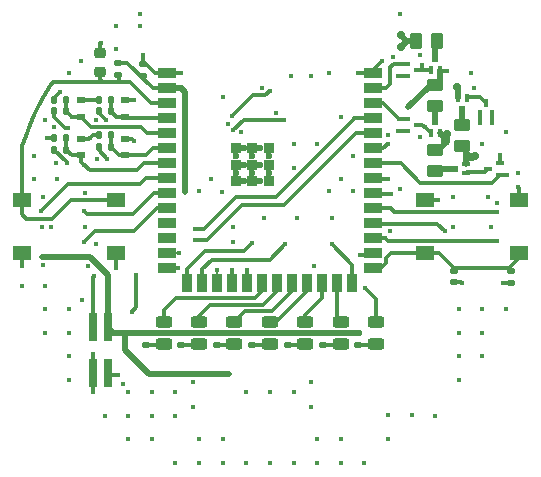
<source format=gtl>
%TF.GenerationSoftware,KiCad,Pcbnew,(6.0.9)*%
%TF.CreationDate,2023-02-03T10:43:04+01:00*%
%TF.ProjectId,ESPBoard,45535042-6f61-4726-942e-6b696361645f,rev?*%
%TF.SameCoordinates,Original*%
%TF.FileFunction,Copper,L1,Top*%
%TF.FilePolarity,Positive*%
%FSLAX46Y46*%
G04 Gerber Fmt 4.6, Leading zero omitted, Abs format (unit mm)*
G04 Created by KiCad (PCBNEW (6.0.9)) date 2023-02-03 10:43:04*
%MOMM*%
%LPD*%
G01*
G04 APERTURE LIST*
G04 Aperture macros list*
%AMRoundRect*
0 Rectangle with rounded corners*
0 $1 Rounding radius*
0 $2 $3 $4 $5 $6 $7 $8 $9 X,Y pos of 4 corners*
0 Add a 4 corners polygon primitive as box body*
4,1,4,$2,$3,$4,$5,$6,$7,$8,$9,$2,$3,0*
0 Add four circle primitives for the rounded corners*
1,1,$1+$1,$2,$3*
1,1,$1+$1,$4,$5*
1,1,$1+$1,$6,$7*
1,1,$1+$1,$8,$9*
0 Add four rect primitives between the rounded corners*
20,1,$1+$1,$2,$3,$4,$5,0*
20,1,$1+$1,$4,$5,$6,$7,0*
20,1,$1+$1,$6,$7,$8,$9,0*
20,1,$1+$1,$8,$9,$2,$3,0*%
G04 Aperture macros list end*
%TA.AperFunction,SMDPad,CuDef*%
%ADD10R,1.500000X0.900000*%
%TD*%
%TA.AperFunction,SMDPad,CuDef*%
%ADD11R,0.900000X1.500000*%
%TD*%
%TA.AperFunction,SMDPad,CuDef*%
%ADD12R,0.900000X0.900000*%
%TD*%
%TA.AperFunction,ComponentPad*%
%ADD13C,0.600000*%
%TD*%
%TA.AperFunction,SMDPad,CuDef*%
%ADD14RoundRect,0.250000X-0.450000X0.262500X-0.450000X-0.262500X0.450000X-0.262500X0.450000X0.262500X0*%
%TD*%
%TA.AperFunction,SMDPad,CuDef*%
%ADD15R,0.500000X0.700000*%
%TD*%
%TA.AperFunction,SMDPad,CuDef*%
%ADD16R,0.400000X0.700000*%
%TD*%
%TA.AperFunction,SMDPad,CuDef*%
%ADD17RoundRect,0.135000X-0.185000X0.135000X-0.185000X-0.135000X0.185000X-0.135000X0.185000X0.135000X0*%
%TD*%
%TA.AperFunction,SMDPad,CuDef*%
%ADD18RoundRect,0.135000X0.135000X0.185000X-0.135000X0.185000X-0.135000X-0.185000X0.135000X-0.185000X0*%
%TD*%
%TA.AperFunction,SMDPad,CuDef*%
%ADD19R,0.700000X0.600000*%
%TD*%
%TA.AperFunction,SMDPad,CuDef*%
%ADD20RoundRect,0.243750X-0.456250X0.243750X-0.456250X-0.243750X0.456250X-0.243750X0.456250X0.243750X0*%
%TD*%
%TA.AperFunction,SMDPad,CuDef*%
%ADD21RoundRect,0.135000X0.185000X-0.135000X0.185000X0.135000X-0.185000X0.135000X-0.185000X-0.135000X0*%
%TD*%
%TA.AperFunction,SMDPad,CuDef*%
%ADD22R,0.700000X0.400000*%
%TD*%
%TA.AperFunction,SMDPad,CuDef*%
%ADD23R,1.550000X1.300000*%
%TD*%
%TA.AperFunction,SMDPad,CuDef*%
%ADD24RoundRect,0.250000X0.450000X-0.262500X0.450000X0.262500X-0.450000X0.262500X-0.450000X-0.262500X0*%
%TD*%
%TA.AperFunction,SMDPad,CuDef*%
%ADD25R,0.740000X2.400000*%
%TD*%
%TA.AperFunction,SMDPad,CuDef*%
%ADD26RoundRect,0.250000X0.262500X0.450000X-0.262500X0.450000X-0.262500X-0.450000X0.262500X-0.450000X0*%
%TD*%
%TA.AperFunction,SMDPad,CuDef*%
%ADD27RoundRect,0.225000X0.250000X-0.225000X0.250000X0.225000X-0.250000X0.225000X-0.250000X-0.225000X0*%
%TD*%
%TA.AperFunction,SMDPad,CuDef*%
%ADD28RoundRect,0.135000X-0.135000X-0.185000X0.135000X-0.185000X0.135000X0.185000X-0.135000X0.185000X0*%
%TD*%
%TA.AperFunction,SMDPad,CuDef*%
%ADD29RoundRect,0.140000X0.170000X-0.140000X0.170000X0.140000X-0.170000X0.140000X-0.170000X-0.140000X0*%
%TD*%
%TA.AperFunction,SMDPad,CuDef*%
%ADD30R,0.700000X0.500000*%
%TD*%
%TA.AperFunction,ViaPad*%
%ADD31C,0.450000*%
%TD*%
%TA.AperFunction,ViaPad*%
%ADD32C,0.700000*%
%TD*%
%TA.AperFunction,Conductor*%
%ADD33C,0.500000*%
%TD*%
%TA.AperFunction,Conductor*%
%ADD34C,0.300000*%
%TD*%
%TA.AperFunction,Conductor*%
%ADD35C,0.180000*%
%TD*%
%TA.AperFunction,Conductor*%
%ADD36C,0.200000*%
%TD*%
G04 APERTURE END LIST*
D10*
%TO.P,U301,1,GND*%
%TO.N,GND*%
X141250000Y-87040000D03*
%TO.P,U301,2,3V3*%
%TO.N,+3V3*%
X141250000Y-88310000D03*
%TO.P,U301,3,EN*%
%TO.N,/P3 ESP32/CHIP_PU*%
X141250000Y-89580000D03*
%TO.P,U301,4,IO4*%
%TO.N,Cell4ADC*%
X141250000Y-90850000D03*
%TO.P,U301,5,IO5*%
%TO.N,Cell3ADC*%
X141250000Y-92120000D03*
%TO.P,U301,6,IO6*%
%TO.N,Cell2ADC*%
X141250000Y-93390000D03*
%TO.P,U301,7,IO7*%
%TO.N,Cell1ADC*%
X141250000Y-94660000D03*
%TO.P,U301,8,IO15*%
%TO.N,BQ_CMPOUT*%
X141250000Y-95930000D03*
%TO.P,U301,9,IO16*%
%TO.N,BQ_IADPT*%
X141250000Y-97200000D03*
%TO.P,U301,10,IO17*%
%TO.N,BQ_IBAT*%
X141250000Y-98470000D03*
%TO.P,U301,11,IO18*%
%TO.N,unconnected-(U301-Pad11)*%
X141250000Y-99740000D03*
%TO.P,U301,12,IO8*%
%TO.N,unconnected-(U301-Pad12)*%
X141250000Y-101010000D03*
%TO.P,U301,13,USB_D-*%
%TO.N,/P3 ESP32/USB_D-*%
X141250000Y-102280000D03*
%TO.P,U301,14,USB_D+*%
%TO.N,/P3 ESP32/USB_D+*%
X141250000Y-103550000D03*
D11*
%TO.P,U301,15,IO3*%
%TO.N,/P3 ESP32/Select 3*%
X143015000Y-104800000D03*
%TO.P,U301,16,IO46*%
%TO.N,/P3 ESP32/Select 2*%
X144285000Y-104800000D03*
%TO.P,U301,17,IO9*%
%TO.N,BQ_EN_OTG*%
X145555000Y-104800000D03*
%TO.P,U301,18,IO10*%
%TO.N,MAINLED_PWM*%
X146825000Y-104800000D03*
%TO.P,U301,19,IO11*%
%TO.N,MAINLED_nFTL*%
X148095000Y-104800000D03*
%TO.P,U301,20,IO12*%
%TO.N,/P3 ESP32/LED0*%
X149365000Y-104800000D03*
%TO.P,U301,21,IO13*%
%TO.N,/P3 ESP32/LED1*%
X150635000Y-104800000D03*
%TO.P,U301,22,IO14*%
%TO.N,/P3 ESP32/LED2*%
X151905000Y-104800000D03*
%TO.P,U301,23,IO21*%
%TO.N,/P3 ESP32/LED3*%
X153175000Y-104800000D03*
%TO.P,U301,24,IO47*%
%TO.N,/P3 ESP32/LED4*%
X154445000Y-104800000D03*
%TO.P,U301,25,IO48*%
%TO.N,/P3 ESP32/LED5*%
X155715000Y-104800000D03*
%TO.P,U301,26,IO45*%
%TO.N,/P3 ESP32/Select 1*%
X156985000Y-104800000D03*
D10*
%TO.P,U301,27,IO0*%
%TO.N,/P3 ESP32/BOOT{slash}USER1*%
X158750000Y-103550000D03*
%TO.P,U301,28,IO35*%
%TO.N,/P3 ESP32/LED6*%
X158750000Y-102280000D03*
%TO.P,U301,29,IO36*%
%TO.N,I2C_SDA*%
X158750000Y-101010000D03*
%TO.P,U301,30,IO37*%
%TO.N,I2C_SCL*%
X158750000Y-99740000D03*
%TO.P,U301,31,IO38*%
%TO.N,USBPD_INT_N*%
X158750000Y-98470000D03*
%TO.P,U301,32,IO39*%
%TO.N,BQ_CHRG_OK*%
X158750000Y-97200000D03*
%TO.P,U301,33,IO40*%
%TO.N,USBPD_PTN_ID*%
X158750000Y-95930000D03*
%TO.P,U301,34,IO41*%
%TO.N,Cell3Balance*%
X158750000Y-94660000D03*
%TO.P,U301,35,IO42*%
%TO.N,Cell4Balance*%
X158750000Y-93390000D03*
%TO.P,U301,36,RXD0*%
%TO.N,UART_RXDO*%
X158750000Y-92120000D03*
%TO.P,U301,37,TXD0*%
%TO.N,UART_TXDO*%
X158750000Y-90850000D03*
%TO.P,U301,38,IO2*%
%TO.N,Cell2Balance*%
X158750000Y-89580000D03*
%TO.P,U301,39,IO1*%
%TO.N,Cell1Balance*%
X158750000Y-88310000D03*
%TO.P,U301,40,GND*%
%TO.N,GND*%
X158750000Y-87040000D03*
D12*
%TO.P,U301,41,GND*%
X147100000Y-96160000D03*
D13*
X149200000Y-93360000D03*
X147100000Y-95460000D03*
X147800000Y-93360000D03*
D12*
X147100000Y-94760000D03*
D13*
X148500000Y-95460000D03*
D12*
X148500000Y-96160000D03*
X148500000Y-94760000D03*
D13*
X147800000Y-94760000D03*
D12*
X149900000Y-94760000D03*
D13*
X147100000Y-94060000D03*
D12*
X149900000Y-96160000D03*
D13*
X149200000Y-94760000D03*
D12*
X148500000Y-93360000D03*
X149900000Y-93360000D03*
D13*
X149200000Y-96160000D03*
X148500000Y-94060000D03*
D12*
X147100000Y-93360000D03*
D13*
X149900000Y-94060000D03*
X149900000Y-95460000D03*
X147800000Y-96160000D03*
%TD*%
D14*
%TO.P,R403,1*%
%TO.N,/P4 Batsense-Balancing/C4L*%
X166250000Y-91387500D03*
%TO.P,R403,2*%
%TO.N,Cell3*%
X166250000Y-93212500D03*
%TD*%
D15*
%TO.P,Q406,D,D*%
%TO.N,/P4 Batsense-Balancing/C2L*%
X164000000Y-91100000D03*
D16*
%TO.P,Q406,G,G*%
%TO.N,/P4 Batsense-Balancing/nCell2Balance*%
X163600000Y-92100000D03*
%TO.P,Q406,S,S*%
%TO.N,Cell2*%
X164400000Y-92100000D03*
%TD*%
D17*
%TO.P,R309,1*%
%TO.N,+3V3*%
X142500000Y-108990000D03*
%TO.P,R309,2*%
%TO.N,/P3 ESP32/L1a*%
X142500000Y-110010000D03*
%TD*%
D18*
%TO.P,R418,1*%
%TO.N,Cell3ADC*%
X132760000Y-89250000D03*
%TO.P,R418,2*%
%TO.N,GND*%
X131740000Y-89250000D03*
%TD*%
D19*
%TO.P,D402,1,A1*%
%TO.N,GND*%
X137750000Y-92550000D03*
%TO.P,D402,2,A2*%
%TO.N,Cell2ADC*%
X137750000Y-93950000D03*
%TD*%
D20*
%TO.P,D304,1,K*%
%TO.N,/P3 ESP32/LED3*%
X150000000Y-108062500D03*
%TO.P,D304,2,A*%
%TO.N,/P3 ESP32/L3a*%
X150000000Y-109937500D03*
%TD*%
D17*
%TO.P,R310,1*%
%TO.N,+3V3*%
X145500000Y-108990000D03*
%TO.P,R310,2*%
%TO.N,/P3 ESP32/L2a*%
X145500000Y-110010000D03*
%TD*%
D21*
%TO.P,R302,1*%
%TO.N,+3V3*%
X170430000Y-104780000D03*
%TO.P,R302,2*%
%TO.N,/P3 ESP32/BOOT{slash}USER1*%
X170430000Y-103760000D03*
%TD*%
D18*
%TO.P,R416,1*%
%TO.N,Cell2ADC*%
X136510000Y-92250000D03*
%TO.P,R416,2*%
%TO.N,GND*%
X135490000Y-92250000D03*
%TD*%
D22*
%TO.P,Q403,D,D*%
%TO.N,/P4 Batsense-Balancing/nCell3Balance*%
X168500000Y-95100000D03*
%TO.P,Q403,G,G*%
%TO.N,Cell3Balance*%
X169500000Y-95600000D03*
%TO.P,Q403,S,S*%
%TO.N,GND*%
X169500000Y-94600000D03*
%TD*%
D16*
%TO.P,Q401,D,D*%
%TO.N,/P4 Batsense-Balancing/nCell4Balance*%
X168300000Y-89500000D03*
%TO.P,Q401,G,G*%
%TO.N,Cell4Balance*%
X167800000Y-90500000D03*
%TO.P,Q401,S,S*%
%TO.N,GND*%
X168800000Y-90500000D03*
%TD*%
D23*
%TO.P,SW301,1,1*%
%TO.N,GND*%
X129015000Y-102250000D03*
X136965000Y-102250000D03*
%TO.P,SW301,2,2*%
%TO.N,/P3 ESP32/CHIP_PU*%
X129015000Y-97750000D03*
X136965000Y-97750000D03*
%TD*%
D19*
%TO.P,D403,1,A1*%
%TO.N,GND*%
X134000000Y-89300000D03*
%TO.P,D403,2,A2*%
%TO.N,Cell3ADC*%
X134000000Y-90700000D03*
%TD*%
D15*
%TO.P,Q402,D,D*%
%TO.N,/P4 Batsense-Balancing/C4L*%
X166300000Y-90100000D03*
D16*
%TO.P,Q402,G,G*%
%TO.N,/P4 Batsense-Balancing/nCell4Balance*%
X166700000Y-89100000D03*
%TO.P,Q402,S,S*%
%TO.N,Cell4*%
X165900000Y-89100000D03*
%TD*%
D20*
%TO.P,D305,1,K*%
%TO.N,/P3 ESP32/LED4*%
X153000000Y-108062500D03*
%TO.P,D305,2,A*%
%TO.N,/P3 ESP32/L4a*%
X153000000Y-109937500D03*
%TD*%
D22*
%TO.P,Q407,D,D*%
%TO.N,/P4 Batsense-Balancing/nCell1Balance*%
X162500000Y-86750000D03*
%TO.P,Q407,G,G*%
%TO.N,Cell1Balance*%
X161500000Y-86250000D03*
%TO.P,Q407,S,S*%
%TO.N,GND*%
X161500000Y-87250000D03*
%TD*%
D24*
%TO.P,R406,1*%
%TO.N,/P4 Batsense-Balancing/C3L*%
X164000000Y-95312500D03*
%TO.P,R406,2*%
%TO.N,Cell2*%
X164000000Y-93487500D03*
%TD*%
D25*
%TO.P,J205,1,Pin_1*%
%TO.N,+3V3*%
X136265000Y-108500000D03*
%TO.P,J205,2,Pin_2*%
%TO.N,UART_RXDO*%
X136265000Y-112400000D03*
%TO.P,J205,3,Pin_3*%
%TO.N,UART_TXDO*%
X134995000Y-108500000D03*
%TO.P,J205,4,Pin_4*%
%TO.N,GND*%
X134995000Y-112400000D03*
%TD*%
D26*
%TO.P,R412,1*%
%TO.N,/P4 Batsense-Balancing/C1L*%
X164162500Y-84250000D03*
%TO.P,R412,2*%
%TO.N,GND*%
X162337500Y-84250000D03*
%TD*%
D23*
%TO.P,SW302,1,1*%
%TO.N,GND*%
X163125000Y-97750000D03*
X171075000Y-97750000D03*
%TO.P,SW302,2,2*%
%TO.N,/P3 ESP32/BOOT{slash}USER1*%
X171075000Y-102250000D03*
X163125000Y-102250000D03*
%TD*%
D19*
%TO.P,D404,1,A1*%
%TO.N,GND*%
X137750000Y-89300000D03*
%TO.P,D404,2,A2*%
%TO.N,Cell4ADC*%
X137750000Y-90700000D03*
%TD*%
D18*
%TO.P,R420,1*%
%TO.N,Cell4ADC*%
X136510000Y-89250000D03*
%TO.P,R420,2*%
%TO.N,GND*%
X135490000Y-89250000D03*
%TD*%
D27*
%TO.P,C303,1*%
%TO.N,/P3 ESP32/CHIP_PU*%
X135650000Y-86875000D03*
%TO.P,C303,2*%
%TO.N,GND*%
X135650000Y-85325000D03*
%TD*%
D28*
%TO.P,R419,1*%
%TO.N,Cell4*%
X135490000Y-90250000D03*
%TO.P,R419,2*%
%TO.N,Cell4ADC*%
X136510000Y-90250000D03*
%TD*%
D20*
%TO.P,D301,1,K*%
%TO.N,/P3 ESP32/LED0*%
X141000000Y-108062500D03*
%TO.P,D301,2,A*%
%TO.N,/P3 ESP32/L0a*%
X141000000Y-109937500D03*
%TD*%
D19*
%TO.P,D401,1,A1*%
%TO.N,GND*%
X134000000Y-92550000D03*
%TO.P,D401,2,A2*%
%TO.N,Cell1ADC*%
X134000000Y-93950000D03*
%TD*%
D17*
%TO.P,R314,1*%
%TO.N,+3V3*%
X157500000Y-108990000D03*
%TO.P,R314,2*%
%TO.N,/P3 ESP32/L6a*%
X157500000Y-110010000D03*
%TD*%
D24*
%TO.P,R409,1*%
%TO.N,/P4 Batsense-Balancing/C2L*%
X164000000Y-89812500D03*
%TO.P,R409,2*%
%TO.N,Cell1*%
X164000000Y-87987500D03*
%TD*%
D20*
%TO.P,D302,1,K*%
%TO.N,/P3 ESP32/LED1*%
X144000000Y-108062500D03*
%TO.P,D302,2,A*%
%TO.N,/P3 ESP32/L1a*%
X144000000Y-109937500D03*
%TD*%
D17*
%TO.P,R301,1*%
%TO.N,+3V3*%
X137120000Y-86140000D03*
%TO.P,R301,2*%
%TO.N,/P3 ESP32/CHIP_PU*%
X137120000Y-87160000D03*
%TD*%
D20*
%TO.P,D307,1,K*%
%TO.N,/P3 ESP32/LED6*%
X159000000Y-108062500D03*
%TO.P,D307,2,A*%
%TO.N,/P3 ESP32/L6a*%
X159000000Y-109937500D03*
%TD*%
D22*
%TO.P,Q405,D,D*%
%TO.N,/P4 Batsense-Balancing/nCell2Balance*%
X162500000Y-91400000D03*
%TO.P,Q405,G,G*%
%TO.N,Cell2Balance*%
X161500000Y-90900000D03*
%TO.P,Q405,S,S*%
%TO.N,GND*%
X161500000Y-91900000D03*
%TD*%
D28*
%TO.P,R417,1*%
%TO.N,Cell3*%
X131740000Y-90250000D03*
%TO.P,R417,2*%
%TO.N,Cell3ADC*%
X132760000Y-90250000D03*
%TD*%
D17*
%TO.P,R311,1*%
%TO.N,+3V3*%
X148500000Y-108990000D03*
%TO.P,R311,2*%
%TO.N,/P3 ESP32/L3a*%
X148500000Y-110010000D03*
%TD*%
D15*
%TO.P,Q408,D,D*%
%TO.N,/P4 Batsense-Balancing/C1L*%
X164000000Y-85750000D03*
D16*
%TO.P,Q408,G,G*%
%TO.N,/P4 Batsense-Balancing/nCell1Balance*%
X163600000Y-86750000D03*
%TO.P,Q408,S,S*%
%TO.N,Cell1*%
X164400000Y-86750000D03*
%TD*%
D17*
%TO.P,R308,1*%
%TO.N,+3V3*%
X139500000Y-108990000D03*
%TO.P,R308,2*%
%TO.N,/P3 ESP32/L0a*%
X139500000Y-110010000D03*
%TD*%
%TO.P,R312,1*%
%TO.N,+3V3*%
X151500000Y-108990000D03*
%TO.P,R312,2*%
%TO.N,/P3 ESP32/L4a*%
X151500000Y-110010000D03*
%TD*%
D29*
%TO.P,C304,1*%
%TO.N,GND*%
X165630000Y-104720000D03*
%TO.P,C304,2*%
%TO.N,/P3 ESP32/BOOT{slash}USER1*%
X165630000Y-103760000D03*
%TD*%
D20*
%TO.P,D306,1,K*%
%TO.N,/P3 ESP32/LED5*%
X156000000Y-108062500D03*
%TO.P,D306,2,A*%
%TO.N,/P3 ESP32/L5a*%
X156000000Y-109937500D03*
%TD*%
D29*
%TO.P,C302,1*%
%TO.N,+3V3*%
X139250000Y-87230000D03*
%TO.P,C302,2*%
%TO.N,GND*%
X139250000Y-86270000D03*
%TD*%
D20*
%TO.P,D303,1,K*%
%TO.N,/P3 ESP32/LED2*%
X147000000Y-108062500D03*
%TO.P,D303,2,A*%
%TO.N,/P3 ESP32/L2a*%
X147000000Y-109937500D03*
%TD*%
D30*
%TO.P,Q404,D,D*%
%TO.N,/P4 Batsense-Balancing/C3L*%
X165600000Y-95100000D03*
D22*
%TO.P,Q404,G,G*%
%TO.N,/P4 Batsense-Balancing/nCell3Balance*%
X166600000Y-95500000D03*
%TO.P,Q404,S,S*%
%TO.N,Cell3*%
X166600000Y-94700000D03*
%TD*%
D17*
%TO.P,R313,1*%
%TO.N,+3V3*%
X154500000Y-108990000D03*
%TO.P,R313,2*%
%TO.N,/P3 ESP32/L5a*%
X154500000Y-110010000D03*
%TD*%
D18*
%TO.P,R414,1*%
%TO.N,Cell1ADC*%
X132760000Y-92500000D03*
%TO.P,R414,2*%
%TO.N,GND*%
X131740000Y-92500000D03*
%TD*%
D28*
%TO.P,R413,1*%
%TO.N,Cell1*%
X131740000Y-93500000D03*
%TO.P,R413,2*%
%TO.N,Cell1ADC*%
X132760000Y-93500000D03*
%TD*%
%TO.P,R415,1*%
%TO.N,Cell2*%
X135490000Y-93250000D03*
%TO.P,R415,2*%
%TO.N,Cell2ADC*%
X136510000Y-93250000D03*
%TD*%
D31*
%TO.N,GND*%
X157000000Y-94000000D03*
X146900000Y-100000000D03*
%TO.N,UART_RXDO*%
X138300000Y-107200000D03*
X138700000Y-104100000D03*
%TO.N,UART_TXDO*%
X135100000Y-104200000D03*
%TO.N,UART_RXDO*%
X143700000Y-101100000D03*
%TO.N,UART_TXDO*%
X143700000Y-100200000D03*
%TO.N,/P3 ESP32/Select 3*%
X148500000Y-101400000D03*
%TO.N,GND*%
X160200000Y-100400000D03*
%TO.N,I2C_SCL*%
X164800000Y-100400000D03*
%TO.N,+3V3*%
X142800000Y-97100000D03*
%TO.N,Cell1*%
X165000000Y-86800000D03*
X161700000Y-89900000D03*
%TO.N,Cell1ADC*%
X134270000Y-94770000D03*
%TO.N,Cell2ADC*%
X138570000Y-93950000D03*
%TO.N,Cell3ADC*%
X133210000Y-90700000D03*
%TO.N,Cell4ADC*%
X138510000Y-90850000D03*
%TO.N,I2C_SDA*%
X159740000Y-101010000D03*
X169250000Y-101250000D03*
%TO.N,USBPD_INT_N*%
X169250000Y-98750000D03*
%TO.N,BQ_CHRG_OK*%
X160250000Y-97250000D03*
%TO.N,I2C_SCL*%
X159750000Y-99750000D03*
%TO.N,+3V3*%
X134530000Y-102540000D03*
X146500000Y-112500000D03*
X169750000Y-104750000D03*
X130730000Y-102540000D03*
X142560000Y-88330000D03*
%TO.N,BQ_IBAT*%
X134300000Y-101300000D03*
%TO.N,BQ_IADPT*%
X134300000Y-98700000D03*
%TO.N,BQ_CMPOUT*%
X130600000Y-98700000D03*
%TO.N,BQ_EN_OTG*%
X145560000Y-103660000D03*
%TO.N,MAINLED_PWM*%
X146820000Y-103670000D03*
%TO.N,GND*%
X133000000Y-109000000D03*
X131000000Y-91000000D03*
X134100000Y-106230000D03*
X133000000Y-111000000D03*
X130000000Y-96000000D03*
D32*
X161100000Y-84800000D03*
D31*
X161000000Y-96824500D03*
X168000000Y-111000000D03*
X131000000Y-107000000D03*
X168500000Y-97500000D03*
X142000000Y-114000000D03*
X144000000Y-97000000D03*
X131750000Y-91600000D03*
X161992971Y-115991529D03*
X135300000Y-91000000D03*
X168000000Y-93000000D03*
X131100000Y-92500000D03*
X142000000Y-116000000D03*
X162750000Y-85500000D03*
X160860000Y-87260000D03*
X167000000Y-87000000D03*
X171000000Y-96660498D03*
X138000000Y-114000000D03*
X153500000Y-113174500D03*
X146900000Y-101300000D03*
D32*
X161100000Y-83800000D03*
D31*
X143500000Y-113174500D03*
X134360000Y-100000000D03*
X169250000Y-98000000D03*
X140000000Y-114000000D03*
X134350000Y-97120000D03*
X139250000Y-85500000D03*
X157991529Y-119991529D03*
X161000000Y-82000000D03*
X157500000Y-87000000D03*
X156000000Y-118000000D03*
X131900000Y-94600000D03*
X146000000Y-120000000D03*
X164250000Y-97750000D03*
X168750000Y-100000000D03*
X167250000Y-88250000D03*
X146000000Y-118000000D03*
X156000000Y-90700000D03*
X137000000Y-85000000D03*
X130730000Y-100000000D03*
X152000000Y-120016941D03*
X168000000Y-107000000D03*
X162750000Y-92425500D03*
X138000000Y-116000000D03*
X144000000Y-120000000D03*
X164000000Y-116000000D03*
X146480000Y-91330000D03*
X131460000Y-100000000D03*
X157000000Y-97000000D03*
X134750000Y-89250000D03*
X155250000Y-99250000D03*
X160810000Y-91910000D03*
X156000000Y-96000000D03*
X145967365Y-97048224D03*
X152000000Y-93000000D03*
X169500000Y-93900000D03*
X140000000Y-118000000D03*
X137000000Y-83000000D03*
X159993933Y-115991529D03*
X150000000Y-114000000D03*
X149992491Y-119987294D03*
X147576233Y-92016233D03*
X166000000Y-109000000D03*
X168800000Y-91200000D03*
X160462792Y-85626706D03*
X145000000Y-96000000D03*
X153500000Y-115250000D03*
X160000000Y-92250000D03*
X159992010Y-117999519D03*
X137000000Y-103500000D03*
X150520498Y-90425500D03*
X132000000Y-96000000D03*
X134750000Y-92500000D03*
X149500000Y-99250000D03*
X166000000Y-107000000D03*
X137600000Y-113330000D03*
X171000000Y-95500000D03*
X139000000Y-83000000D03*
X134560000Y-103320000D03*
X139000000Y-82000000D03*
X135250000Y-101500000D03*
X138500000Y-92750000D03*
X142000000Y-120000000D03*
X129000000Y-105000000D03*
X135000000Y-114000000D03*
X130000000Y-94000000D03*
X165500000Y-100000000D03*
X130790000Y-97460000D03*
X138500000Y-89250000D03*
X145994219Y-88998843D03*
X165500000Y-97500000D03*
X149300000Y-88300000D03*
X133000000Y-87000000D03*
X133000000Y-107000000D03*
X135400000Y-94300000D03*
X155000000Y-87000000D03*
X136000000Y-116000000D03*
X152000000Y-114000000D03*
X151750000Y-87250000D03*
X153700000Y-103300000D03*
X155000000Y-97000000D03*
X129000000Y-103339502D03*
X134000000Y-86000000D03*
X170000000Y-92000000D03*
X148000000Y-114000000D03*
X148000000Y-120000000D03*
X170000000Y-107000000D03*
X144000000Y-118000000D03*
X135660000Y-84470000D03*
X154000000Y-93000000D03*
X138000000Y-117994803D03*
X155992491Y-119991529D03*
X154000000Y-120000000D03*
X152300000Y-99250000D03*
X166000000Y-113000000D03*
X130760000Y-103214500D03*
X166250000Y-104750000D03*
X153500000Y-87250000D03*
X159500000Y-86000000D03*
X131000000Y-105000000D03*
X131000000Y-109000000D03*
X142500000Y-87000000D03*
X132996245Y-112998557D03*
X139997687Y-115999999D03*
X132240000Y-88590000D03*
X135000000Y-110750000D03*
X168000000Y-109000000D03*
X143500000Y-115250000D03*
X166000000Y-111000000D03*
X152000000Y-95000000D03*
X154000000Y-118000000D03*
%TO.N,MAINLED_nFTL*%
X148090000Y-103710000D03*
%TO.N,UART_RXDO*%
X137120000Y-112570000D03*
%TO.N,/P3 ESP32/LED6*%
X157630000Y-102370000D03*
X158020000Y-105180000D03*
D32*
%TO.N,Cell4*%
X165800000Y-88200000D03*
D31*
X136149000Y-91000000D03*
D32*
%TO.N,Cell3*%
X167400000Y-94000000D03*
D31*
X132875000Y-91675000D03*
%TO.N,Cell2*%
X146830000Y-90640000D03*
X136250000Y-94250000D03*
D32*
X165000000Y-92200000D03*
D31*
X150000000Y-88500000D03*
%TO.N,Cell1*%
X146915000Y-91865000D03*
X151200000Y-91000000D03*
X132800000Y-94600000D03*
%TO.N,/P3 ESP32/USB_D+*%
X142250000Y-103550000D03*
%TO.N,/P3 ESP32/USB_D-*%
X142270000Y-102280000D03*
%TO.N,/P3 ESP32/Select 1*%
X155250000Y-101500000D03*
%TO.N,/P3 ESP32/Select 2*%
X151300000Y-101500000D03*
%TO.N,Cell4Balance*%
X160000000Y-93000000D03*
X167800000Y-91200000D03*
%TO.N,/P4 Batsense-Balancing/nCell4Balance*%
X167300000Y-89000000D03*
%TO.N,Cell3Balance*%
X170100000Y-95600000D03*
%TO.N,/P4 Batsense-Balancing/nCell3Balance*%
X167300000Y-95400000D03*
%TO.N,Cell2Balance*%
X160900000Y-90900000D03*
%TO.N,/P4 Batsense-Balancing/nCell2Balance*%
X163100000Y-91600000D03*
%TO.N,Cell1Balance*%
X160900000Y-86200000D03*
%TO.N,/P4 Batsense-Balancing/nCell1Balance*%
X162900000Y-86300000D03*
%TO.N,USBPD_PTN_ID*%
X160000000Y-96000000D03*
%TD*%
D33*
%TO.N,Cell2*%
X164750000Y-93050000D02*
X165000000Y-92800000D01*
X165000000Y-92800000D02*
X165000000Y-92200000D01*
D34*
%TO.N,UART_RXDO*%
X138700000Y-106800000D02*
X138300000Y-107200000D01*
X138700000Y-104100000D02*
X138700000Y-106800000D01*
%TO.N,UART_TXDO*%
X135000000Y-104300000D02*
X135100000Y-104200000D01*
X135000000Y-108495000D02*
X135000000Y-104300000D01*
X134995000Y-108500000D02*
X135000000Y-108495000D01*
%TO.N,UART_RXDO*%
X144700000Y-101100000D02*
X143700000Y-101100000D01*
X147600000Y-98200000D02*
X145600000Y-100200000D01*
X145600000Y-100200000D02*
X144700000Y-101100000D01*
X147800000Y-98200000D02*
X147600000Y-98200000D01*
X151200000Y-98200000D02*
X147800000Y-98200000D01*
X153600000Y-95800000D02*
X151200000Y-98200000D01*
X157280000Y-92120000D02*
X153600000Y-95800000D01*
X158750000Y-92120000D02*
X157280000Y-92120000D01*
D35*
%TO.N,/P3 ESP32/USB_D+*%
X141250000Y-103550000D02*
X142250000Y-103550000D01*
D34*
%TO.N,UART_TXDO*%
X144500000Y-100100000D02*
X144400000Y-100200000D01*
X147100000Y-97500000D02*
X144500000Y-100100000D01*
X150500000Y-97500000D02*
X148100000Y-97500000D01*
X157100000Y-90900000D02*
X150500000Y-97500000D01*
X148100000Y-97500000D02*
X147100000Y-97500000D01*
X157150000Y-90850000D02*
X157100000Y-90900000D01*
X144400000Y-100200000D02*
X143700000Y-100200000D01*
X158750000Y-90850000D02*
X157150000Y-90850000D01*
%TO.N,/P3 ESP32/Select 3*%
X143015000Y-103585000D02*
X143015000Y-104800000D01*
X144500000Y-102100000D02*
X143015000Y-103585000D01*
X147800000Y-102100000D02*
X144500000Y-102100000D01*
X148500000Y-101400000D02*
X147800000Y-102100000D01*
%TO.N,/P3 ESP32/Select 2*%
X144285000Y-103615000D02*
X144285000Y-104800000D01*
X145100000Y-102800000D02*
X144285000Y-103615000D01*
X151300000Y-101500000D02*
X150000000Y-102800000D01*
X150000000Y-102800000D02*
X145100000Y-102800000D01*
%TO.N,I2C_SCL*%
X164150000Y-99750000D02*
X159750000Y-99750000D01*
X164800000Y-100400000D02*
X164150000Y-99750000D01*
D33*
%TO.N,+3V3*%
X142800000Y-88570000D02*
X142560000Y-88330000D01*
X142800000Y-97100000D02*
X142800000Y-88570000D01*
X130730000Y-102540000D02*
X134530000Y-102540000D01*
D34*
%TO.N,Cell1*%
X165000000Y-86800000D02*
X164450000Y-86800000D01*
X164450000Y-86800000D02*
X164400000Y-86750000D01*
D33*
X163612500Y-87987500D02*
X164000000Y-87987500D01*
X161700000Y-89900000D02*
X163612500Y-87987500D01*
D34*
%TO.N,/P3 ESP32/CHIP_PU*%
X129657831Y-91436895D02*
X130038600Y-90583361D01*
X129015000Y-93163597D02*
X129313542Y-92305781D01*
X133130000Y-97750000D02*
X136965000Y-97750000D01*
X129380000Y-99320000D02*
X131560000Y-99320000D01*
X129015000Y-97750000D02*
X129015000Y-93163597D01*
X129313542Y-92305781D02*
X129657831Y-91436895D01*
X131613125Y-87800000D02*
X135840000Y-87800000D01*
X135840000Y-87800000D02*
X137260000Y-87800000D01*
X135650000Y-86875000D02*
X135650000Y-87610000D01*
X131560000Y-99320000D02*
X133130000Y-97750000D01*
X137260000Y-87300000D02*
X137260000Y-87800000D01*
X129015000Y-97750000D02*
X129015000Y-98955000D01*
X139950000Y-89580000D02*
X141250000Y-89580000D01*
X137260000Y-87800000D02*
X138170000Y-87800000D01*
X138170000Y-87800000D02*
X139950000Y-89580000D01*
X129015000Y-98955000D02*
X129380000Y-99320000D01*
X130038600Y-90583361D02*
X130455165Y-89746708D01*
X131392632Y-88130019D02*
X131613125Y-87800000D01*
X130906779Y-88928437D02*
X131392632Y-88130019D01*
X135650000Y-87610000D02*
X135840000Y-87800000D01*
X137120000Y-87160000D02*
X137260000Y-87300000D01*
X130455165Y-89746708D02*
X130906779Y-88928437D01*
%TO.N,/P3 ESP32/BOOT{slash}USER1*%
X170250000Y-103500000D02*
X165560000Y-103500000D01*
X165560000Y-103500000D02*
X164310000Y-102250000D01*
X164310000Y-102250000D02*
X163125000Y-102250000D01*
X171075000Y-102675000D02*
X170250000Y-103500000D01*
X159850000Y-103080000D02*
X159380000Y-103550000D01*
X163125000Y-102250000D02*
X160250000Y-102250000D01*
X159380000Y-103550000D02*
X158750000Y-103550000D01*
X160250000Y-102250000D02*
X159850000Y-102650000D01*
X171075000Y-102250000D02*
X171075000Y-102675000D01*
X159850000Y-102650000D02*
X159850000Y-103080000D01*
%TO.N,Cell1ADC*%
X134000000Y-94500000D02*
X134000000Y-93950000D01*
X139340000Y-94660000D02*
X138750000Y-95250000D01*
X138750000Y-95250000D02*
X134750000Y-95250000D01*
X133210000Y-93950000D02*
X132760000Y-93500000D01*
X132760000Y-92500000D02*
X132760000Y-93500000D01*
X134000000Y-93950000D02*
X133210000Y-93950000D01*
X134750000Y-95250000D02*
X134270000Y-94770000D01*
X141250000Y-94660000D02*
X139340000Y-94660000D01*
X134270000Y-94770000D02*
X134000000Y-94500000D01*
%TO.N,Cell2ADC*%
X139550000Y-93950000D02*
X138570000Y-93950000D01*
X137210000Y-93950000D02*
X136510000Y-93250000D01*
X141250000Y-93390000D02*
X140110000Y-93390000D01*
X138570000Y-93950000D02*
X137750000Y-93950000D01*
X137750000Y-93950000D02*
X137210000Y-93950000D01*
X136510000Y-93250000D02*
X136510000Y-92250000D01*
X140110000Y-93390000D02*
X139550000Y-93950000D01*
%TO.N,Cell3ADC*%
X139080000Y-91580000D02*
X134880000Y-91580000D01*
X141250000Y-92120000D02*
X139620000Y-92120000D01*
X139620000Y-92120000D02*
X139080000Y-91580000D01*
X133210000Y-90700000D02*
X132760000Y-90250000D01*
X134880000Y-91580000D02*
X134000000Y-90700000D01*
X132760000Y-89250000D02*
X132760000Y-90250000D01*
X134000000Y-90700000D02*
X133210000Y-90700000D01*
%TO.N,Cell4ADC*%
X141250000Y-90850000D02*
X138510000Y-90850000D01*
X136960000Y-90700000D02*
X136510000Y-90250000D01*
X137750000Y-90700000D02*
X136960000Y-90700000D01*
X136510000Y-89250000D02*
X136510000Y-90250000D01*
X138510000Y-90850000D02*
X137900000Y-90850000D01*
X137900000Y-90850000D02*
X137750000Y-90700000D01*
%TO.N,I2C_SDA*%
X158750000Y-101010000D02*
X159740000Y-101010000D01*
X159980000Y-101250000D02*
X159740000Y-101010000D01*
X169250000Y-101250000D02*
X159980000Y-101250000D01*
%TO.N,USBPD_INT_N*%
X160220000Y-98470000D02*
X158750000Y-98470000D01*
X169250000Y-98750000D02*
X160500000Y-98750000D01*
X160500000Y-98750000D02*
X160220000Y-98470000D01*
%TO.N,BQ_CHRG_OK*%
X158800000Y-97250000D02*
X158750000Y-97200000D01*
X160250000Y-97250000D02*
X158800000Y-97250000D01*
%TO.N,I2C_SCL*%
X159750000Y-99750000D02*
X158760000Y-99750000D01*
X158760000Y-99750000D02*
X158750000Y-99740000D01*
D33*
%TO.N,+3V3*%
X139500000Y-108990000D02*
X137740000Y-108990000D01*
D34*
X169780000Y-104780000D02*
X169750000Y-104750000D01*
D33*
X146500000Y-112500000D02*
X139750000Y-112500000D01*
X139750000Y-112500000D02*
X137740000Y-110490000D01*
X137740000Y-110490000D02*
X137740000Y-108990000D01*
X136265000Y-104070405D02*
X134734595Y-102540000D01*
D34*
X137910000Y-86140000D02*
X140080000Y-88310000D01*
D33*
X142540000Y-88310000D02*
X142560000Y-88330000D01*
D34*
X137120000Y-86140000D02*
X137910000Y-86140000D01*
D33*
X134734595Y-102540000D02*
X134530000Y-102540000D01*
X141250000Y-88310000D02*
X142540000Y-88310000D01*
X139510000Y-109000000D02*
X157490000Y-109000000D01*
X136755000Y-108990000D02*
X136265000Y-108500000D01*
X136265000Y-108500000D02*
X136265000Y-104070405D01*
D34*
X140080000Y-88310000D02*
X141250000Y-88310000D01*
D33*
X139500000Y-108990000D02*
X139510000Y-109000000D01*
X157490000Y-109000000D02*
X157500000Y-108990000D01*
D34*
X170430000Y-104780000D02*
X169780000Y-104780000D01*
D33*
X137740000Y-108990000D02*
X136755000Y-108990000D01*
D34*
%TO.N,BQ_IBAT*%
X135200000Y-100400000D02*
X138500000Y-100400000D01*
X138500000Y-100400000D02*
X140430000Y-98470000D01*
X140430000Y-98470000D02*
X141250000Y-98470000D01*
X134300000Y-101300000D02*
X135200000Y-100400000D01*
%TO.N,BQ_IADPT*%
X138420000Y-98930000D02*
X140150000Y-97200000D01*
X134300000Y-98700000D02*
X134530000Y-98930000D01*
X140150000Y-97200000D02*
X141250000Y-97200000D01*
X134530000Y-98930000D02*
X138420000Y-98930000D01*
%TO.N,BQ_CMPOUT*%
X141250000Y-95930000D02*
X139470000Y-95930000D01*
X139000000Y-96400000D02*
X132900000Y-96400000D01*
X132900000Y-96400000D02*
X130600000Y-98700000D01*
X139470000Y-95930000D02*
X139000000Y-96400000D01*
D36*
%TO.N,BQ_EN_OTG*%
X145560000Y-103660000D02*
X145560000Y-104795000D01*
X145560000Y-104795000D02*
X145555000Y-104800000D01*
D34*
%TO.N,MAINLED_PWM*%
X146825000Y-103675000D02*
X146820000Y-103670000D01*
X146825000Y-104800000D02*
X146825000Y-103675000D01*
%TO.N,GND*%
X171075000Y-96735498D02*
X171000000Y-96660498D01*
X136965000Y-102250000D02*
X136965000Y-103465000D01*
X138450000Y-89300000D02*
X138500000Y-89250000D01*
X132240000Y-88590000D02*
X131740000Y-89090000D01*
X136965000Y-103465000D02*
X137000000Y-103500000D01*
X161500000Y-87250000D02*
X160870000Y-87250000D01*
X135650000Y-84480000D02*
X135660000Y-84470000D01*
X134700000Y-89300000D02*
X134750000Y-89250000D01*
X171075000Y-97750000D02*
X171075000Y-96735498D01*
X134995000Y-113995000D02*
X135000000Y-114000000D01*
X165630000Y-104720000D02*
X166220000Y-104720000D01*
D33*
X161650000Y-84250000D02*
X161100000Y-84800000D01*
D34*
X142460000Y-87040000D02*
X142500000Y-87000000D01*
X134000000Y-92550000D02*
X134700000Y-92550000D01*
X141250000Y-87040000D02*
X142460000Y-87040000D01*
X134995000Y-112400000D02*
X134995000Y-113995000D01*
X161500000Y-91900000D02*
X160820000Y-91900000D01*
X140290000Y-87040000D02*
X141250000Y-87040000D01*
X131740000Y-92500000D02*
X131100000Y-92500000D01*
X135000000Y-92250000D02*
X134750000Y-92500000D01*
X137750000Y-92550000D02*
X138300000Y-92550000D01*
X134700000Y-92550000D02*
X134750000Y-92500000D01*
X134995000Y-112400000D02*
X134995000Y-110755000D01*
X168800000Y-90500000D02*
X168800000Y-91200000D01*
X135650000Y-85325000D02*
X135650000Y-84480000D01*
X160820000Y-91900000D02*
X160810000Y-91910000D01*
X157540000Y-87040000D02*
X157500000Y-87000000D01*
X137750000Y-89300000D02*
X138450000Y-89300000D01*
D33*
X162337500Y-84250000D02*
X161650000Y-84250000D01*
X162337500Y-84250000D02*
X161550000Y-84250000D01*
D34*
X134000000Y-89300000D02*
X134700000Y-89300000D01*
D33*
X161550000Y-84250000D02*
X161100000Y-83800000D01*
D34*
X169500000Y-94600000D02*
X169500000Y-93900000D01*
X158750000Y-86750000D02*
X159500000Y-86000000D01*
X135490000Y-89250000D02*
X134750000Y-89250000D01*
X135490000Y-92250000D02*
X135000000Y-92250000D01*
X158750000Y-87040000D02*
X157540000Y-87040000D01*
X129015000Y-102250000D02*
X129015000Y-103324502D01*
X138300000Y-92550000D02*
X138500000Y-92750000D01*
X129015000Y-103324502D02*
X129000000Y-103339502D01*
X158750000Y-87040000D02*
X158750000Y-86750000D01*
X163125000Y-97750000D02*
X164250000Y-97750000D01*
X160870000Y-87250000D02*
X160860000Y-87260000D01*
X166220000Y-104720000D02*
X166250000Y-104750000D01*
X139250000Y-85500000D02*
X139250000Y-86000000D01*
X134995000Y-110755000D02*
X135000000Y-110750000D01*
X139250000Y-86000000D02*
X140290000Y-87040000D01*
X131740000Y-89090000D02*
X131740000Y-89250000D01*
%TO.N,MAINLED_nFTL*%
X148095000Y-103715000D02*
X148090000Y-103710000D01*
X148095000Y-104800000D02*
X148095000Y-103715000D01*
%TO.N,UART_RXDO*%
X136435000Y-112570000D02*
X136265000Y-112400000D01*
X137120000Y-112570000D02*
X136435000Y-112570000D01*
%TO.N,/P3 ESP32/LED0*%
X148760000Y-106050000D02*
X142050000Y-106050000D01*
X149365000Y-104800000D02*
X149365000Y-105445000D01*
X141000000Y-107100000D02*
X141000000Y-108062500D01*
X142050000Y-106050000D02*
X141000000Y-107100000D01*
X149365000Y-105445000D02*
X148760000Y-106050000D01*
%TO.N,/P3 ESP32/L0a*%
X139500000Y-110010000D02*
X140927500Y-110010000D01*
X140927500Y-110010000D02*
X141000000Y-109937500D01*
%TO.N,/P3 ESP32/LED1*%
X144910000Y-106640000D02*
X149425000Y-106640000D01*
X144000000Y-107550000D02*
X144910000Y-106640000D01*
X150635000Y-105430000D02*
X150635000Y-104800000D01*
X144000000Y-108062500D02*
X144000000Y-107550000D01*
X149425000Y-106640000D02*
X150635000Y-105430000D01*
%TO.N,/P3 ESP32/L1a*%
X143927500Y-110010000D02*
X144000000Y-109937500D01*
X142500000Y-110010000D02*
X143927500Y-110010000D01*
%TO.N,/P3 ESP32/LED2*%
X147902500Y-107160000D02*
X147000000Y-108062500D01*
X151905000Y-104800000D02*
X151905000Y-105455000D01*
X151905000Y-105455000D02*
X150200000Y-107160000D01*
X150200000Y-107160000D02*
X147902500Y-107160000D01*
%TO.N,/P3 ESP32/L2a*%
X145500000Y-110010000D02*
X146927500Y-110010000D01*
X146927500Y-110010000D02*
X147000000Y-109937500D01*
%TO.N,/P3 ESP32/LED3*%
X150000000Y-108062500D02*
X150542500Y-108062500D01*
X153175000Y-105430000D02*
X153175000Y-104800000D01*
X150542500Y-108062500D02*
X153175000Y-105430000D01*
%TO.N,/P3 ESP32/L3a*%
X149927500Y-110010000D02*
X150000000Y-109937500D01*
X148500000Y-110010000D02*
X149927500Y-110010000D01*
%TO.N,/P3 ESP32/LED4*%
X154445000Y-106055000D02*
X154445000Y-104800000D01*
X153000000Y-107500000D02*
X154445000Y-106055000D01*
X153000000Y-108062500D02*
X153000000Y-107500000D01*
%TO.N,/P3 ESP32/L4a*%
X152927500Y-110010000D02*
X153000000Y-109937500D01*
X151500000Y-110010000D02*
X152927500Y-110010000D01*
%TO.N,/P3 ESP32/LED5*%
X155715000Y-107777500D02*
X155715000Y-104800000D01*
X156000000Y-108062500D02*
X155715000Y-107777500D01*
%TO.N,/P3 ESP32/L5a*%
X154500000Y-110010000D02*
X155927500Y-110010000D01*
X155927500Y-110010000D02*
X156000000Y-109937500D01*
%TO.N,/P3 ESP32/LED6*%
X159000000Y-106160000D02*
X159000000Y-108062500D01*
X157630000Y-102370000D02*
X158660000Y-102370000D01*
X158020000Y-105180000D02*
X159000000Y-106160000D01*
X158660000Y-102370000D02*
X158750000Y-102280000D01*
%TO.N,/P3 ESP32/L6a*%
X157500000Y-110010000D02*
X158927500Y-110010000D01*
X158927500Y-110010000D02*
X159000000Y-109937500D01*
%TO.N,Cell4*%
X135490000Y-90370000D02*
X135490000Y-90250000D01*
D33*
X165900000Y-89100000D02*
X165900000Y-88300000D01*
X165900000Y-88300000D02*
X165800000Y-88200000D01*
D34*
X136149000Y-91000000D02*
X136120000Y-91000000D01*
X136120000Y-91000000D02*
X135490000Y-90370000D01*
D33*
%TO.N,Cell3*%
X167400000Y-94000000D02*
X167200000Y-94200000D01*
X166600000Y-93562500D02*
X166600000Y-93700000D01*
X166900000Y-94000000D02*
X166600000Y-93700000D01*
D34*
X132665000Y-91675000D02*
X131740000Y-90750000D01*
X131740000Y-90750000D02*
X131740000Y-90250000D01*
D33*
X167200000Y-94200000D02*
X166600000Y-94200000D01*
X166250000Y-93212500D02*
X166600000Y-93562500D01*
X166600000Y-94200000D02*
X166600000Y-94700000D01*
X166600000Y-93700000D02*
X166600000Y-94200000D01*
D34*
X132875000Y-91675000D02*
X132665000Y-91675000D01*
D33*
X167400000Y-94000000D02*
X166900000Y-94000000D01*
D34*
%TO.N,Cell2*%
X148595000Y-88875000D02*
X149625000Y-88875000D01*
X149625000Y-88875000D02*
X150000000Y-88500000D01*
X135490000Y-93490000D02*
X135490000Y-93250000D01*
D33*
X164400000Y-92100000D02*
X164750000Y-92450000D01*
X164750000Y-92450000D02*
X164750000Y-93050000D01*
D34*
X146830000Y-90640000D02*
X148595000Y-88875000D01*
D33*
X164312500Y-93487500D02*
X164750000Y-93050000D01*
D34*
X136250000Y-94250000D02*
X135490000Y-93490000D01*
D33*
X164000000Y-93487500D02*
X164312500Y-93487500D01*
D34*
%TO.N,Cell1*%
X132800000Y-94560000D02*
X131740000Y-93500000D01*
D33*
X164400000Y-86750000D02*
X164400000Y-87587500D01*
D34*
X132800000Y-94600000D02*
X132800000Y-94560000D01*
D33*
X164400000Y-87587500D02*
X164000000Y-87987500D01*
D34*
X146915000Y-91865000D02*
X147780000Y-91000000D01*
X147780000Y-91000000D02*
X151200000Y-91000000D01*
D35*
%TO.N,/P3 ESP32/USB_D-*%
X142270000Y-102280000D02*
X141250000Y-102280000D01*
D34*
%TO.N,/P3 ESP32/Select 1*%
X155250000Y-101500000D02*
X156985000Y-103235000D01*
X156985000Y-103235000D02*
X156985000Y-104800000D01*
%TO.N,Cell4Balance*%
X160000000Y-93000000D02*
X159610000Y-93390000D01*
X167800000Y-91200000D02*
X167800000Y-90500000D01*
X159610000Y-93390000D02*
X158750000Y-93390000D01*
%TO.N,/P4 Batsense-Balancing/nCell4Balance*%
X168300000Y-89500000D02*
X167800000Y-89000000D01*
X166800000Y-89000000D02*
X167300000Y-89000000D01*
X166700000Y-89100000D02*
X166800000Y-89000000D01*
X167800000Y-89000000D02*
X167300000Y-89000000D01*
%TO.N,Cell3Balance*%
X169500000Y-95600000D02*
X170100000Y-95600000D01*
X169500000Y-95600000D02*
X168800000Y-96300000D01*
X161060000Y-94660000D02*
X158750000Y-94660000D01*
X168800000Y-96300000D02*
X162700000Y-96300000D01*
X162700000Y-96300000D02*
X161060000Y-94660000D01*
%TO.N,/P4 Batsense-Balancing/nCell3Balance*%
X168200000Y-95400000D02*
X168500000Y-95100000D01*
X167300000Y-95400000D02*
X166700000Y-95400000D01*
X167300000Y-95400000D02*
X168200000Y-95400000D01*
X166700000Y-95400000D02*
X166600000Y-95500000D01*
%TO.N,Cell2Balance*%
X158750000Y-89580000D02*
X159580000Y-89580000D01*
X161500000Y-90900000D02*
X160900000Y-90900000D01*
X159580000Y-89580000D02*
X160900000Y-90900000D01*
%TO.N,/P4 Batsense-Balancing/nCell2Balance*%
X162900000Y-91400000D02*
X162500000Y-91400000D01*
X163600000Y-92100000D02*
X163100000Y-91600000D01*
X163100000Y-91600000D02*
X162900000Y-91400000D01*
%TO.N,Cell1Balance*%
X160200000Y-86500000D02*
X160500000Y-86200000D01*
X160500000Y-86200000D02*
X160900000Y-86200000D01*
X160950000Y-86250000D02*
X161500000Y-86250000D01*
X159790000Y-88310000D02*
X160200000Y-87900000D01*
X158750000Y-88310000D02*
X159790000Y-88310000D01*
X160900000Y-86200000D02*
X160950000Y-86250000D01*
X160200000Y-87900000D02*
X160200000Y-86500000D01*
%TO.N,/P4 Batsense-Balancing/nCell1Balance*%
X162500000Y-86750000D02*
X163350000Y-86750000D01*
X162900000Y-86300000D02*
X162900000Y-86600000D01*
X162900000Y-86600000D02*
X163050000Y-86750000D01*
X163050000Y-86750000D02*
X163350000Y-86750000D01*
X163600000Y-86750000D02*
X163350000Y-86750000D01*
%TO.N,USBPD_PTN_ID*%
X160000000Y-96000000D02*
X158820000Y-96000000D01*
X158820000Y-96000000D02*
X158750000Y-95930000D01*
D33*
%TO.N,/P4 Batsense-Balancing/C4L*%
X166300000Y-90100000D02*
X166300000Y-91337500D01*
X166300000Y-91337500D02*
X166250000Y-91387500D01*
%TO.N,/P4 Batsense-Balancing/C3L*%
X165600000Y-95100000D02*
X164212500Y-95100000D01*
X164212500Y-95100000D02*
X164000000Y-95312500D01*
%TO.N,/P4 Batsense-Balancing/C2L*%
X164000000Y-89812500D02*
X164000000Y-91100000D01*
%TO.N,/P4 Batsense-Balancing/C1L*%
X164000000Y-84412500D02*
X164162500Y-84250000D01*
X164000000Y-85750000D02*
X164000000Y-84412500D01*
%TD*%
M02*

</source>
